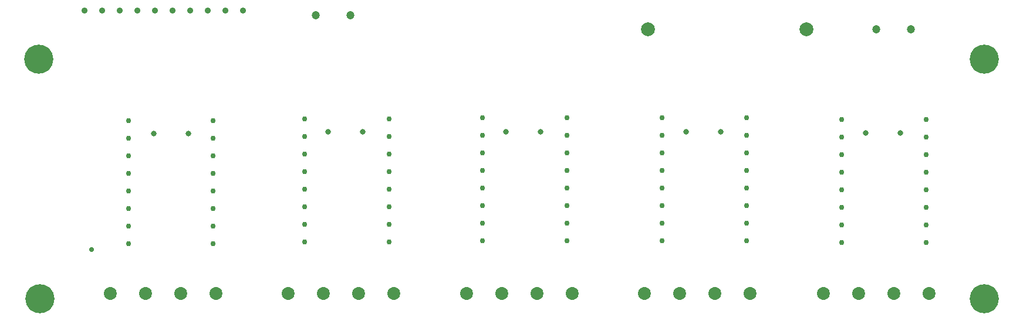
<source format=gbr>
G04 Layer_Color=0*
%FSLAX45Y45*%
%MOMM*%
%TF.FileFunction,Plated,1,2,PTH,Drill*%
%TF.Part,Single*%
G01*
G75*
%TA.AperFunction,OtherDrill,Pad Free-5 (169.418mm,29.845mm)*%
%ADD68C,4.20000*%
%TA.AperFunction,OtherDrill,Pad Free-4 (169.418mm,64.516mm)*%
%ADD69C,4.20000*%
%TA.AperFunction,OtherDrill,Pad Free-3 (33.02mm,64.516mm)*%
%ADD70C,4.20000*%
%TA.AperFunction,OtherDrill,Pad Free-2 (33.147mm,29.845mm)*%
%ADD71C,4.20000*%
%TA.AperFunction,ComponentDrill*%
%ADD72C,1.86000*%
%ADD73C,1.20000*%
%ADD74C,0.90000*%
%ADD75C,0.80000*%
%ADD76C,0.76200*%
%ADD77C,2.00000*%
%TA.AperFunction,ViaDrill,NotFilled*%
%ADD78C,0.71120*%
D68*
X16941800Y2984500D02*
D03*
D69*
Y6451600D02*
D03*
D70*
X3302000D02*
D03*
D71*
X3314700Y2984500D02*
D03*
D72*
X4330700Y3060700D02*
D03*
X4838700D02*
D03*
X5346700D02*
D03*
X5854700D02*
D03*
X6896100D02*
D03*
X7404100D02*
D03*
X7912100D02*
D03*
X8420100D02*
D03*
X9474200D02*
D03*
X9982200D02*
D03*
X10490200D02*
D03*
X10998200D02*
D03*
X12039600D02*
D03*
X12547600D02*
D03*
X13055600D02*
D03*
X13563600D02*
D03*
X14617700D02*
D03*
X15125700D02*
D03*
X15633701D02*
D03*
X16141701D02*
D03*
D73*
X7797800Y7086600D02*
D03*
X7297800D02*
D03*
X15379700Y6883400D02*
D03*
X15879700D02*
D03*
D74*
X3962400Y7150100D02*
D03*
X4216400D02*
D03*
X4724400D02*
D03*
X4978400D02*
D03*
X5232400D02*
D03*
X5486400D02*
D03*
X5740400D02*
D03*
X5994400D02*
D03*
X6248400D02*
D03*
X4470400D02*
D03*
D75*
X4957000Y5372101D02*
D03*
X5457000Y5372099D02*
D03*
X15231300Y5384801D02*
D03*
X15731300Y5384799D02*
D03*
X7475600Y5397501D02*
D03*
X7975600Y5397500D02*
D03*
X10041000Y5397501D02*
D03*
X10541000Y5397500D02*
D03*
X12640500Y5397501D02*
D03*
X13140500Y5397499D02*
D03*
D76*
X12293600Y5092700D02*
D03*
Y5346700D02*
D03*
Y5600700D02*
D03*
Y4584700D02*
D03*
Y4076700D02*
D03*
Y4838700D02*
D03*
Y4330700D02*
D03*
Y3822700D02*
D03*
X13512801D02*
D03*
Y4330700D02*
D03*
Y4838700D02*
D03*
Y4076700D02*
D03*
Y4584700D02*
D03*
Y5600700D02*
D03*
Y5346700D02*
D03*
Y5092700D02*
D03*
X7137400Y5080000D02*
D03*
Y5334000D02*
D03*
Y5588000D02*
D03*
Y4572000D02*
D03*
Y4064000D02*
D03*
Y4826000D02*
D03*
Y4318000D02*
D03*
Y3810000D02*
D03*
X8356600D02*
D03*
Y4318000D02*
D03*
Y4826000D02*
D03*
Y4064000D02*
D03*
Y4572000D02*
D03*
Y5588000D02*
D03*
Y5334000D02*
D03*
Y5080000D02*
D03*
X9702800Y5092700D02*
D03*
Y5346700D02*
D03*
Y5600700D02*
D03*
Y4584700D02*
D03*
Y4076700D02*
D03*
Y4838700D02*
D03*
Y4330700D02*
D03*
Y3822700D02*
D03*
X10922000D02*
D03*
Y4330700D02*
D03*
Y4838700D02*
D03*
Y4076700D02*
D03*
Y4584700D02*
D03*
Y5600700D02*
D03*
Y5346700D02*
D03*
Y5092700D02*
D03*
X14884399Y5067300D02*
D03*
Y5321300D02*
D03*
Y5575300D02*
D03*
Y4559300D02*
D03*
Y4051300D02*
D03*
Y4813300D02*
D03*
Y4305300D02*
D03*
Y3797300D02*
D03*
X16103600D02*
D03*
Y4305300D02*
D03*
Y4813300D02*
D03*
Y4051300D02*
D03*
Y4559300D02*
D03*
Y5575300D02*
D03*
Y5321300D02*
D03*
Y5067300D02*
D03*
X4597400Y5054600D02*
D03*
Y5308600D02*
D03*
Y5562600D02*
D03*
Y4546600D02*
D03*
Y4038600D02*
D03*
Y4800600D02*
D03*
Y4292600D02*
D03*
Y3784600D02*
D03*
X5816600D02*
D03*
Y4292600D02*
D03*
Y4800600D02*
D03*
Y4038600D02*
D03*
Y4546600D02*
D03*
Y5562600D02*
D03*
Y5308600D02*
D03*
Y5054600D02*
D03*
D77*
X12086400Y6883400D02*
D03*
X14376401D02*
D03*
D78*
X4064000Y3695700D02*
D03*
%TF.MD5,64246b4c1a5fcca6b632f202e4b04035*%
M02*

</source>
